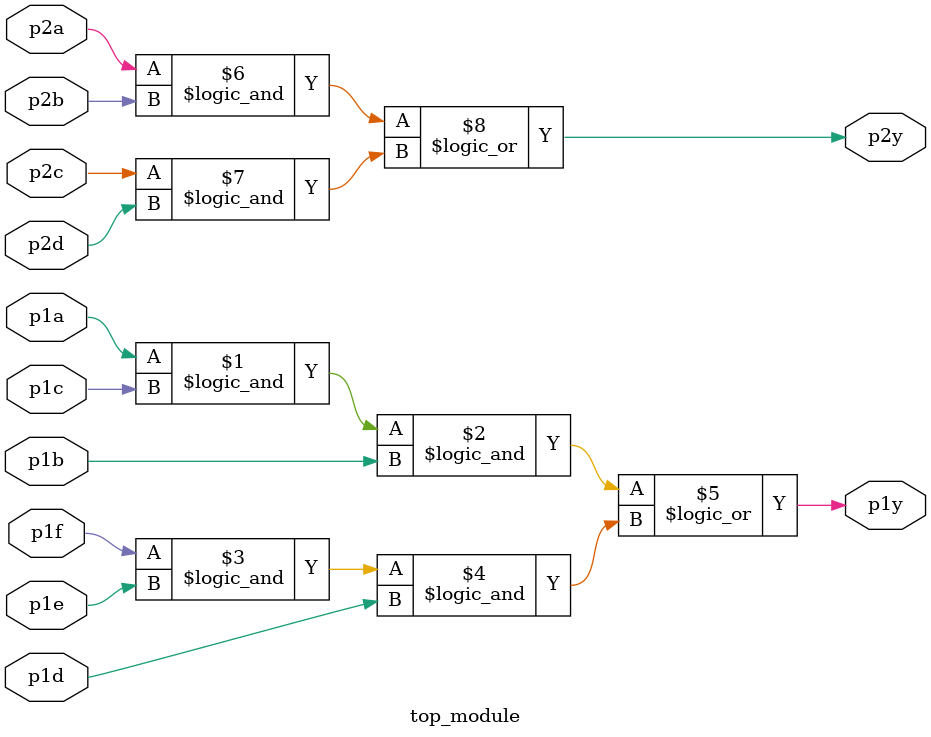
<source format=v>
module top_module ( 
    input p1a, p1b, p1c, p1d, p1e, p1f,
    output p1y,
    input p2a, p2b, p2c, p2d,
    output p2y );
	
    assign p1y = (p1a&&p1c&&p1b)||(p1f&&p1e&&p1d);
    assign p2y = (p2a&&p2b)||(p2c&&p2d);

endmodule

</source>
